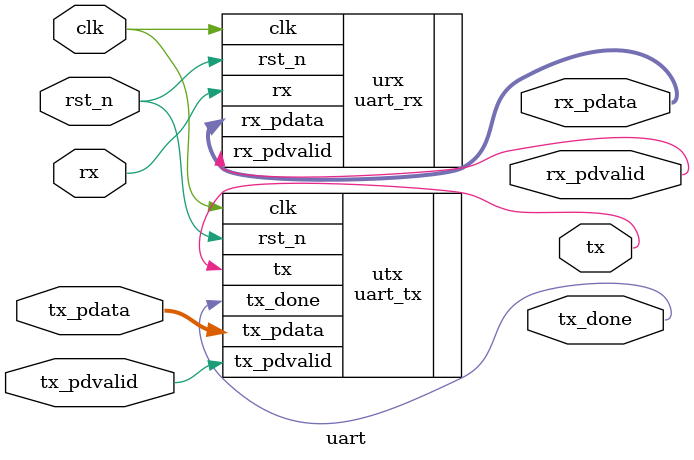
<source format=v>
`timescale 1ns / 1ps


module uart #(
    parameter CLK_F    = 50_000_000, //主时钟频率
    parameter UART_B   = 9600     //串口波特率 
    )(
    input  wire        clk,
    input  wire        rst_n,
    /* data input */
    input  wire        tx_pdvalid,
    input  wire  [7:0] tx_pdata,
    /* data output */
    output wire        rx_pdvalid,
    output wire  [7:0] rx_pdata,
    /* Uart */
    input  wire        rx,
    output wire        tx,
    /* flag */
    output wire        tx_done
    );



    uart_rx #(
        .CLK_F(CLK_F), //主时钟频率
        .UART_B(UART_B)    //串口波特率
    ) urx (
        .clk(clk),
        .rst_n(rst_n),
        .rx(rx), 
        .rx_pdata(rx_pdata),
        .rx_pdvalid(rx_pdvalid)
    );

    uart_tx #(
        .CLK_F(CLK_F), //主时钟频率
        .UART_B(UART_B)    //串口波特率
    ) utx (
        .clk(clk),
        .rst_n(rst_n),
        .tx_pdata(tx_pdata),
        .tx_pdvalid(tx_pdvalid),
        .tx(tx),
        .tx_done(tx_done)
    );
endmodule

</source>
